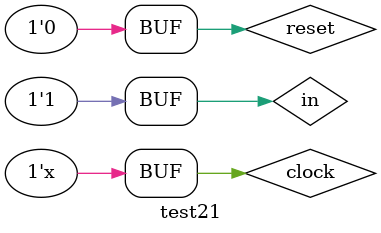
<source format=v>
module test21; 

reg clock, reset, in;
wire out;

  my_fsm U0 ( 
  .clock (clock),
  .reset (reset),
  .in    (in),
  .out  (out) 
  ); 
   
 
initial begin
  clock = 1;
  reset = 1;
  in = 0;
  $display("Starting simulation...");
  #2;
  reset = 0;
  #2;
  if (out !== 1'b0) $display("Failed 1"); 
  
  in = 1;
  #2;
  if (out !== 1'b0) $display("Failed 2");
  
  in = 0;  
  #2;
  if (out !== 1'b0) $display("Failed 3");
  
  in = 0;
  #2;
  if (out !== 1'b0) $display("Failed 4"); 
  
  in = 0;
  #2;
  if (out !== 1'b1) $display("Failed 5"); 
  
  in = 1;
  #2;
  if (out !== 1'b0) $display("Failed 6"); 
  
  in = 0;
  #2;
  if (out !== 1'b1) $display("Failed 7"); 
  
  in = 1;
  #2;
  if (out !== 1'b1) $display("Failed 8"); 
  
  in = 0;
  #2;
  if (out !== 1'b1) $display("Failed 9"); 
  
  in = 1;
  #2;
  if (out !== 1'b0) $display("Failed 10");
  
  in = 1;
  #2;
  if (out !== 1'b0) $display("Failed 11");   
  
  #2;
  if (out !== 1'b1) $display("Failed 13");  
  $display("Done...");
end 
  

always begin
   #1 clock = !clock;
end
   
endmodule
</source>
